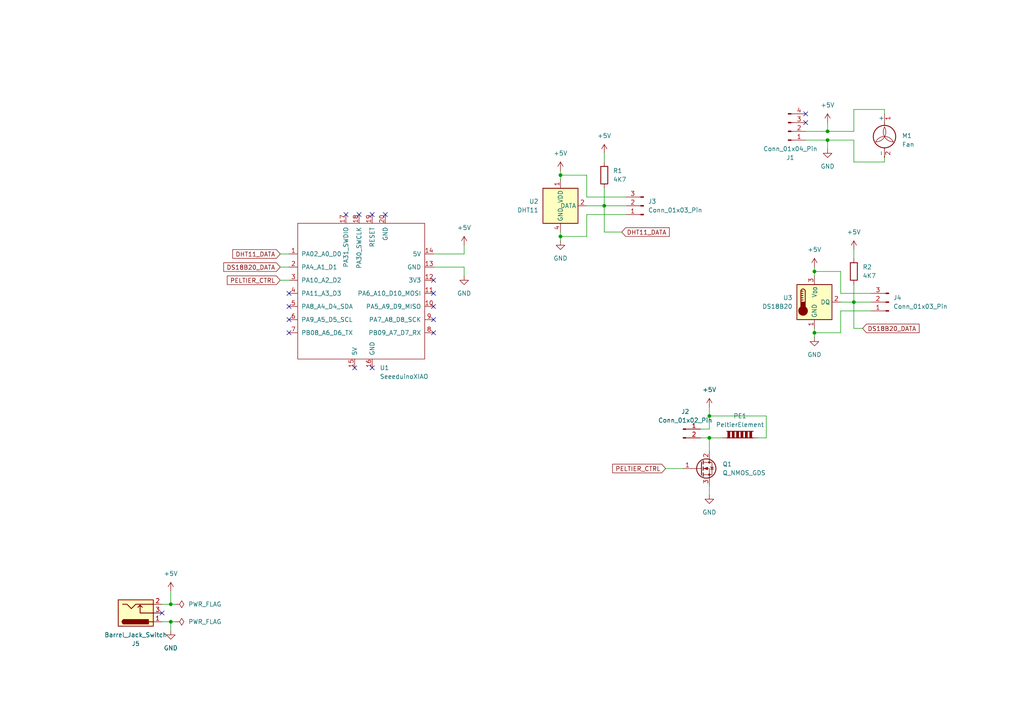
<source format=kicad_sch>
(kicad_sch (version 20230121) (generator eeschema)
  (paper "A4")
  (lib_symbols
    (symbol "Connector:Barrel_Jack_Switch" (pin_names hide)
      (property "Reference" "J" (at 0 5.334 0))
      (property "Value" "Barrel_Jack_Switch" (at 0 -5.08 0))
      (symbol "Barrel_Jack_Switch_0_1"
        (rectangle (start -5.08 3.81) (end 5.08 -3.81) (stroke (width 0.254)) (fill (type background)))
        (arc (start -3.302 3.175) (mid -3.9343 2.54) (end -3.302 1.905) (stroke (width 0.254)))
        (arc (start -3.302 3.175) (mid -3.9343 2.54) (end -3.302 1.905) (stroke (width 0.254)) (fill (type outline)))
        (polyline (pts (xy 1.27 -2.286) (xy 1.905 -1.651)) (stroke (width 0.254)))
        (polyline (pts (xy 5.08 2.54) (xy 3.81 2.54)) (stroke (width 0.254)))
        (polyline (pts (xy 5.08 0) (xy 1.27 0) (xy 1.27 -2.286) (xy 0.635 -1.651)) (stroke (width 0.254)))
        (polyline (pts (xy -3.81 -2.54) (xy -2.54 -2.54) (xy -1.27 -1.27) (xy 0 -2.54) (xy 2.54 -2.54) (xy 5.08 -2.54)) (stroke (width 0.254)))
        (rectangle (start 3.683 3.175) (end -3.302 1.905) (stroke (width 0.254)) (fill (type outline)))
      )
      (symbol "Barrel_Jack_Switch_1_1"
        (pin passive line (at 7.62 2.54 180) (length 2.54) (name "~") (number "1"))
        (pin passive line (at 7.62 -2.54 180) (length 2.54) (name "~") (number "2"))
        (pin passive line (at 7.62 0 180) (length 2.54) (name "~") (number "3"))
      )
    )
    (symbol "Connector:Conn_01x02_Pin" (pin_names (offset 1.016) hide)
      (property "Reference" "J" (at 0 2.54 0))
      (property "Value" "Conn_01x02_Pin" (at 0 -5.08 0))
      (symbol "Conn_01x02_Pin_1_1"
        (polyline (pts (xy 1.27 -2.54) (xy 0.8636 -2.54)) (stroke (width 0.1524)))
        (polyline (pts (xy 1.27 0) (xy 0.8636 0)) (stroke (width 0.1524)))
        (rectangle (start 0.8636 -2.413) (end 0 -2.667) (stroke (width 0.1524)) (fill (type outline)))
        (rectangle (start 0.8636 0.127) (end 0 -0.127) (stroke (width 0.1524)) (fill (type outline)))
        (pin passive line (at 5.08 0 180) (length 3.81) (name "Pin_1") (number "1"))
        (pin passive line (at 5.08 -2.54 180) (length 3.81) (name "Pin_2") (number "2"))
      )
    )
    (symbol "Connector:Conn_01x03_Pin" (pin_names (offset 1.016) hide)
      (property "Reference" "J" (at 0 5.08 0))
      (property "Value" "Conn_01x03_Pin" (at 0 -5.08 0))
      (symbol "Conn_01x03_Pin_1_1"
        (polyline (pts (xy 1.27 -2.54) (xy 0.8636 -2.54)) (stroke (width 0.1524)))
        (polyline (pts (xy 1.27 0) (xy 0.8636 0)) (stroke (width 0.1524)))
        (polyline (pts (xy 1.27 2.54) (xy 0.8636 2.54)) (stroke (width 0.1524)))
        (rectangle (start 0.8636 -2.413) (end 0 -2.667) (stroke (width 0.1524)) (fill (type outline)))
        (rectangle (start 0.8636 0.127) (end 0 -0.127) (stroke (width 0.1524)) (fill (type outline)))
        (rectangle (start 0.8636 2.667) (end 0 2.413) (stroke (width 0.1524)) (fill (type outline)))
        (pin passive line (at 5.08 2.54 180) (length 3.81) (name "Pin_1") (number "1"))
        (pin passive line (at 5.08 0 180) (length 3.81) (name "Pin_2") (number "2"))
        (pin passive line (at 5.08 -2.54 180) (length 3.81) (name "Pin_3") (number "3"))
      )
    )
    (symbol "Connector:Conn_01x04_Pin" (pin_names (offset 1.016) hide)
      (property "Reference" "J" (at 0 5.08 0))
      (property "Value" "Conn_01x04_Pin" (at 0 -7.62 0))
      (symbol "Conn_01x04_Pin_1_1"
        (polyline (pts (xy 1.27 -5.08) (xy 0.8636 -5.08)) (stroke (width 0.1524)))
        (polyline (pts (xy 1.27 -2.54) (xy 0.8636 -2.54)) (stroke (width 0.1524)))
        (polyline (pts (xy 1.27 0) (xy 0.8636 0)) (stroke (width 0.1524)))
        (polyline (pts (xy 1.27 2.54) (xy 0.8636 2.54)) (stroke (width 0.1524)))
        (rectangle (start 0.8636 -4.953) (end 0 -5.207) (stroke (width 0.1524)) (fill (type outline)))
        (rectangle (start 0.8636 -2.413) (end 0 -2.667) (stroke (width 0.1524)) (fill (type outline)))
        (rectangle (start 0.8636 0.127) (end 0 -0.127) (stroke (width 0.1524)) (fill (type outline)))
        (rectangle (start 0.8636 2.667) (end 0 2.413) (stroke (width 0.1524)) (fill (type outline)))
        (pin passive line (at 5.08 2.54 180) (length 3.81) (name "Pin_1") (number "1"))
        (pin passive line (at 5.08 0 180) (length 3.81) (name "Pin_2") (number "2"))
        (pin passive line (at 5.08 -2.54 180) (length 3.81) (name "Pin_3") (number "3"))
        (pin passive line (at 5.08 -5.08 180) (length 3.81) (name "Pin_4") (number "4"))
      )
    )
    (symbol "Device:PeltierElement" (pin_numbers hide) (pin_names (offset 0))
      (property "Reference" "PE" (at 0 3.175 0))
      (property "Value" "PeltierElement" (at 0 -1.27 0))
      (symbol "PeltierElement_0_1"
        (rectangle (start -3.556 1.905) (end -2.921 0) (fill (type outline)))
        (rectangle (start -2.286 1.905) (end -1.651 0) (fill (type outline)))
        (rectangle (start -0.381 1.905) (end -1.016 0) (fill (type outline)))
        (polyline (pts (xy -3.81 0) (xy 3.81 0)) (stroke (width 0.254)) (fill (type outline)))
        (polyline (pts (xy -3.81 1.905) (xy 3.81 1.905)) (stroke (width 0.254)))
        (rectangle (start 0.889 1.905) (end 0.254 0) (fill (type outline)))
        (rectangle (start 1.524 0) (end 2.159 1.905) (fill (type outline)))
        (rectangle (start 2.794 0) (end 3.429 1.905) (fill (type outline)))
      )
      (symbol "PeltierElement_1_1"
        (pin passive line (at -5.08 0 0) (length 1.27) (name "~") (number "1"))
        (pin passive line (at 5.08 0 180) (length 1.27) (name "~") (number "2"))
      )
    )
    (symbol "Device:Q_NMOS_GDS" (pin_names (offset 0) hide)
      (property "Reference" "Q" (at 5.08 1.27 0))
      (property "Value" "Q_NMOS_GDS" (at 5.08 -1.27 0))
      (symbol "Q_NMOS_GDS_0_1"
        (polyline (pts (xy 0.254 0) (xy -2.54 0)))
        (polyline (pts (xy 0.254 1.905) (xy 0.254 -1.905)) (stroke (width 0.254)))
        (polyline (pts (xy 0.762 -1.27) (xy 0.762 -2.286)) (stroke (width 0.254)))
        (polyline (pts (xy 0.762 0.508) (xy 0.762 -0.508)) (stroke (width 0.254)))
        (polyline (pts (xy 0.762 2.286) (xy 0.762 1.27)) (stroke (width 0.254)))
        (polyline (pts (xy 2.54 2.54) (xy 2.54 1.778)))
        (polyline (pts (xy 2.54 -2.54) (xy 2.54 0) (xy 0.762 0)))
        (polyline (pts (xy 0.762 -1.778) (xy 3.302 -1.778) (xy 3.302 1.778) (xy 0.762 1.778)))
        (polyline (pts (xy 1.016 0) (xy 2.032 0.381) (xy 2.032 -0.381) (xy 1.016 0)) (fill (type outline)))
        (polyline (pts (xy 2.794 0.508) (xy 2.921 0.381) (xy 3.683 0.381) (xy 3.81 0.254)))
        (polyline (pts (xy 3.302 0.381) (xy 2.921 -0.254) (xy 3.683 -0.254) (xy 3.302 0.381)))
        (circle (center 1.651 0) (radius 2.794) (stroke (width 0.254)))
        (circle (center 2.54 -1.778) (radius 0.254) (fill (type outline)))
        (circle (center 2.54 1.778) (radius 0.254) (fill (type outline)))
      )
      (symbol "Q_NMOS_GDS_1_1"
        (pin input line (at -5.08 0 0) (length 2.54) (name "G") (number "1"))
        (pin passive line (at 2.54 5.08 270) (length 2.54) (name "D") (number "2"))
        (pin passive line (at 2.54 -5.08 90) (length 2.54) (name "S") (number "3"))
      )
    )
    (symbol "Device:R" (pin_numbers hide) (pin_names (offset 0))
      (property "Reference" "R" (at 2.032 0 90))
      (property "Value" "R" (at 0 0 90))
      (symbol "R_0_1"
        (rectangle (start -1.016 -2.54) (end 1.016 2.54) (stroke (width 0.254)))
      )
      (symbol "R_1_1"
        (pin passive line (at 0 3.81 270) (length 1.27) (name "~") (number "1"))
        (pin passive line (at 0 -3.81 90) (length 1.27) (name "~") (number "2"))
      )
    )
    (symbol "Motor:Fan" (pin_names (offset 0))
      (property "Reference" "M" (at 2.54 5.08 0))
      (property "Value" "Fan" (at 2.54 -2.54 0))
      (symbol "Fan_0_1"
        (arc (start -2.54 -0.508) (mid 0.0028 0.9121) (end 0 3.81))
        (polyline (pts (xy 0 -5.08) (xy 0 -4.572)))
        (polyline (pts (xy 0 -2.2352) (xy 0 -2.6416)))
        (polyline (pts (xy 0 4.2672) (xy 0 4.6228)))
        (polyline (pts (xy 0 4.572) (xy 0 5.08)))
        (circle (center 0 1.016) (radius 3.2512) (stroke (width 0.254)))
        (arc (start 0 3.81) (mid 0.053 0.921) (end 2.54 -0.508))
        (arc (start 2.54 -0.508) (mid 0 1.0618) (end -2.54 -0.508))
      )
      (symbol "Fan_1_1"
        (pin passive line (at 0 7.62 270) (length 2.54) (name "+") (number "1"))
        (pin passive line (at 0 -5.08 90) (length 2.54) (name "-") (number "2"))
      )
    )
    (symbol "Seeduino:SeeeduinoXIAO" (pin_names (offset 1.016))
      (property "Reference" "U" (at -19.05 22.86 0))
      (property "Value" "SeeeduinoXIAO" (at -12.7 21.59 0))
      (symbol "SeeeduinoXIAO_0_1"
        (rectangle (start -19.05 20.32) (end 17.78 -19.05))
      )
      (symbol "SeeeduinoXIAO_1_1"
        (pin unspecified line (at -21.59 11.43 0) (length 2.54) (name "PA02_A0_D0") (number "1"))
        (pin unspecified line (at 20.32 -3.81 180) (length 2.54) (name "PA5_A9_D9_MISO") (number "10"))
        (pin unspecified line (at 20.32 0 180) (length 2.54) (name "PA6_A10_D10_MOSI") (number "11"))
        (pin unspecified line (at 20.32 3.81 180) (length 2.54) (name "3V3") (number "12"))
        (pin unspecified line (at 20.32 7.62 180) (length 2.54) (name "GND") (number "13"))
        (pin unspecified line (at 20.32 11.43 180) (length 2.54) (name "5V") (number "14"))
        (pin input line (at -2.54 -21.59 90) (length 2.54) (name "5V") (number "15"))
        (pin input line (at 2.54 -21.59 90) (length 2.54) (name "GND") (number "16"))
        (pin input line (at -5.08 22.86 270) (length 2.54) (name "PA31_SWDIO") (number "17"))
        (pin input line (at -1.27 22.86 270) (length 2.54) (name "PA30_SWCLK") (number "18"))
        (pin input line (at 2.54 22.86 270) (length 2.54) (name "RESET") (number "19"))
        (pin unspecified line (at -21.59 7.62 0) (length 2.54) (name "PA4_A1_D1") (number "2"))
        (pin input line (at 6.35 22.86 270) (length 2.54) (name "GND") (number "20"))
        (pin unspecified line (at -21.59 3.81 0) (length 2.54) (name "PA10_A2_D2") (number "3"))
        (pin unspecified line (at -21.59 0 0) (length 2.54) (name "PA11_A3_D3") (number "4"))
        (pin unspecified line (at -21.59 -3.81 0) (length 2.54) (name "PA8_A4_D4_SDA") (number "5"))
        (pin unspecified line (at -21.59 -7.62 0) (length 2.54) (name "PA9_A5_D5_SCL") (number "6"))
        (pin unspecified line (at -21.59 -11.43 0) (length 2.54) (name "PB08_A6_D6_TX") (number "7"))
        (pin unspecified line (at 20.32 -11.43 180) (length 2.54) (name "PB09_A7_D7_RX") (number "8"))
        (pin unspecified line (at 20.32 -7.62 180) (length 2.54) (name "PA7_A8_D8_SCK") (number "9"))
      )
    )
    (symbol "Sensor:DHT11"
      (property "Reference" "U" (at -3.81 6.35 0))
      (property "Value" "DHT11" (at 3.81 6.35 0))
      (symbol "DHT11_0_1"
        (rectangle (start -5.08 5.08) (end 5.08 -5.08) (stroke (width 0.254)) (fill (type background)))
      )
      (symbol "DHT11_1_1"
        (pin power_in line (at 0 7.62 270) (length 2.54) (name "VDD") (number "1"))
        (pin bidirectional line (at 7.62 0 180) (length 2.54) (name "DATA") (number "2"))
        (pin no_connect line (at -5.08 0 0) (length 2.54) hide (name "NC") (number "3"))
        (pin power_in line (at 0 -7.62 90) (length 2.54) (name "GND") (number "4"))
      )
    )
    (symbol "Sensor_Temperature:DS18B20"
      (property "Reference" "U" (at -3.81 6.35 0))
      (property "Value" "DS18B20" (at 6.35 6.35 0))
      (symbol "DS18B20_0_1"
        (rectangle (start -5.08 5.08) (end 5.08 -5.08) (stroke (width 0.254)) (fill (type background)))
        (circle (center -3.302 -2.54) (radius 1.27) (stroke (width 0.254)) (fill (type outline)))
        (rectangle (start -2.667 -1.905) (end -3.937 0) (stroke (width 0.254)) (fill (type outline)))
        (arc (start -2.667 3.175) (mid -3.302 3.8073) (end -3.937 3.175) (stroke (width 0.254)))
        (polyline (pts (xy -3.937 0.635) (xy -3.302 0.635)) (stroke (width 0.254)))
        (polyline (pts (xy -3.937 1.27) (xy -3.302 1.27)) (stroke (width 0.254)))
        (polyline (pts (xy -3.937 1.905) (xy -3.302 1.905)) (stroke (width 0.254)))
        (polyline (pts (xy -3.937 2.54) (xy -3.302 2.54)) (stroke (width 0.254)))
        (polyline (pts (xy -3.937 3.175) (xy -3.937 0)) (stroke (width 0.254)))
        (polyline (pts (xy -3.937 3.175) (xy -3.302 3.175)) (stroke (width 0.254)))
        (polyline (pts (xy -2.667 3.175) (xy -2.667 0)) (stroke (width 0.254)))
      )
      (symbol "DS18B20_1_1"
        (pin power_in line (at 0 -7.62 90) (length 2.54) (name "GND") (number "1"))
        (pin bidirectional line (at 7.62 0 180) (length 2.54) (name "DQ") (number "2"))
        (pin power_in line (at 0 7.62 270) (length 2.54) (name "V_{DD}") (number "3"))
      )
    )
    (symbol "power:+5V" (power) (pin_names (offset 0))
      (property "Value" "+5V" (at 0 3.556 0))
      (symbol "+5V_0_1"
        (polyline (pts (xy -0.762 1.27) (xy 0 2.54)))
        (polyline (pts (xy 0 0) (xy 0 2.54)))
        (polyline (pts (xy 0 2.54) (xy 0.762 1.27)))
      )
      (symbol "+5V_1_1"
        (pin power_in line (at 0 0 90) (length 0) hide (name "+5V") (number "1"))
      )
    )
    (symbol "power:GND" (power) (pin_names (offset 0))
      (property "Value" "GND" (at 0 -3.81 0))
      (symbol "GND_0_1"
        (polyline (pts (xy 0 0) (xy 0 -1.27) (xy 1.27 -1.27) (xy 0 -2.54) (xy -1.27 -1.27) (xy 0 -1.27)))
      )
      (symbol "GND_1_1"
        (pin power_in line (at 0 0 270) (length 0) hide (name "GND") (number "1"))
      )
    )
    (symbol "power:PWR_FLAG" (power) (pin_numbers hide) (pin_names (offset 0) hide)
      (property "Value" "PWR_FLAG" (at 0 3.81 0))
      (symbol "PWR_FLAG_0_0"
        (pin power_out line (at 0 0 90) (length 0) (name "pwr") (number "1"))
      )
      (symbol "PWR_FLAG_0_1"
        (polyline (pts (xy 0 0) (xy 0 1.27) (xy -1.016 1.905) (xy 0 2.54) (xy 1.016 1.905) (xy 0 1.27)))
      )
    )
  )
  (junction (at 49.53 175.26))
  (junction (at 247.65 87.63))
  (junction (at 205.74 120.65))
  (junction (at 162.56 68.58))
  (junction (at 162.56 50.8))
  (junction (at 205.74 127))
  (junction (at 236.22 96.52))
  (junction (at 236.22 78.74))
  (junction (at 175.26 59.69))
  (junction (at 240.03 38.1))
  (junction (at 49.53 180.34))
  (junction (at 240.03 40.64))
  (no_connect (at 125.73 81.28))
  (no_connect (at 46.99 177.8))
  (no_connect (at 102.87 106.68))
  (no_connect (at 233.68 35.56))
  (no_connect (at 125.73 88.9))
  (no_connect (at 233.68 33.02))
  (no_connect (at 111.76 62.23))
  (no_connect (at 83.82 92.71))
  (no_connect (at 125.73 85.09))
  (no_connect (at 104.14 62.23))
  (no_connect (at 107.95 62.23))
  (no_connect (at 125.73 96.52))
  (no_connect (at 83.82 85.09))
  (no_connect (at 83.82 96.52))
  (no_connect (at 107.95 106.68))
  (no_connect (at 83.82 88.9))
  (no_connect (at 125.73 92.71))
  (no_connect (at 100.33 62.23))
  (wire (pts (xy 134.62 73.66) (xy 134.62 71.12)))
  (wire (pts (xy 49.53 180.34) (xy 50.8 180.34)))
  (wire (pts (xy 170.18 68.58) (xy 162.56 68.58)))
  (wire (pts (xy 162.56 49.53) (xy 162.56 50.8)))
  (wire (pts (xy 247.65 38.1) (xy 240.03 38.1)))
  (wire (pts (xy 203.2 127) (xy 205.74 127)))
  (wire (pts (xy 162.56 50.8) (xy 162.56 52.07)))
  (wire (pts (xy 81.28 77.47) (xy 83.82 77.47)))
  (wire (pts (xy 219.71 127) (xy 222.25 127)))
  (wire (pts (xy 222.25 120.65) (xy 205.74 120.65)))
  (wire (pts (xy 247.65 31.75) (xy 247.65 38.1)))
  (wire (pts (xy 180.34 67.31) (xy 175.26 67.31)))
  (wire (pts (xy 256.54 33.02) (xy 256.54 31.75)))
  (wire (pts (xy 247.65 40.64) (xy 240.03 40.64)))
  (wire (pts (xy 205.74 124.46) (xy 205.74 120.65)))
  (wire (pts (xy 49.53 180.34) (xy 49.53 182.88)))
  (wire (pts (xy 170.18 57.15) (xy 170.18 50.8)))
  (wire (pts (xy 205.74 120.65) (xy 205.74 118.11)))
  (wire (pts (xy 181.61 62.23) (xy 170.18 62.23)))
  (wire (pts (xy 247.65 95.25) (xy 247.65 87.63)))
  (wire (pts (xy 170.18 59.69) (xy 175.26 59.69)))
  (wire (pts (xy 175.26 59.69) (xy 181.61 59.69)))
  (wire (pts (xy 175.26 54.61) (xy 175.26 59.69)))
  (wire (pts (xy 236.22 96.52) (xy 236.22 97.79)))
  (wire (pts (xy 256.54 31.75) (xy 247.65 31.75)))
  (wire (pts (xy 46.99 175.26) (xy 49.53 175.26)))
  (wire (pts (xy 222.25 127) (xy 222.25 120.65)))
  (wire (pts (xy 236.22 77.47) (xy 236.22 78.74)))
  (wire (pts (xy 247.65 82.55) (xy 247.65 87.63)))
  (wire (pts (xy 125.73 73.66) (xy 134.62 73.66)))
  (wire (pts (xy 252.73 85.09) (xy 243.84 85.09)))
  (wire (pts (xy 193.04 135.89) (xy 198.12 135.89)))
  (wire (pts (xy 256.54 45.72) (xy 256.54 46.99)))
  (wire (pts (xy 240.03 40.64) (xy 240.03 43.18)))
  (wire (pts (xy 46.99 180.34) (xy 49.53 180.34)))
  (wire (pts (xy 243.84 90.17) (xy 243.84 96.52)))
  (wire (pts (xy 243.84 87.63) (xy 247.65 87.63)))
  (wire (pts (xy 240.03 38.1) (xy 240.03 35.56)))
  (wire (pts (xy 250.19 95.25) (xy 247.65 95.25)))
  (wire (pts (xy 181.61 57.15) (xy 170.18 57.15)))
  (wire (pts (xy 205.74 140.97) (xy 205.74 143.51)))
  (wire (pts (xy 247.65 46.99) (xy 247.65 40.64)))
  (wire (pts (xy 252.73 90.17) (xy 243.84 90.17)))
  (wire (pts (xy 170.18 50.8) (xy 162.56 50.8)))
  (wire (pts (xy 236.22 95.25) (xy 236.22 96.52)))
  (wire (pts (xy 49.53 171.45) (xy 49.53 175.26)))
  (wire (pts (xy 205.74 127) (xy 205.74 130.81)))
  (wire (pts (xy 233.68 38.1) (xy 240.03 38.1)))
  (wire (pts (xy 243.84 96.52) (xy 236.22 96.52)))
  (wire (pts (xy 134.62 77.47) (xy 134.62 80.01)))
  (wire (pts (xy 247.65 87.63) (xy 252.73 87.63)))
  (wire (pts (xy 81.28 81.28) (xy 83.82 81.28)))
  (wire (pts (xy 243.84 78.74) (xy 236.22 78.74)))
  (wire (pts (xy 125.73 77.47) (xy 134.62 77.47)))
  (wire (pts (xy 49.53 175.26) (xy 50.8 175.26)))
  (wire (pts (xy 233.68 40.64) (xy 240.03 40.64)))
  (wire (pts (xy 162.56 67.31) (xy 162.56 68.58)))
  (wire (pts (xy 256.54 46.99) (xy 247.65 46.99)))
  (wire (pts (xy 205.74 127) (xy 209.55 127)))
  (wire (pts (xy 170.18 62.23) (xy 170.18 68.58)))
  (wire (pts (xy 247.65 72.39) (xy 247.65 74.93)))
  (wire (pts (xy 81.28 73.66) (xy 83.82 73.66)))
  (wire (pts (xy 175.26 67.31) (xy 175.26 59.69)))
  (wire (pts (xy 162.56 68.58) (xy 162.56 69.85)))
  (wire (pts (xy 236.22 78.74) (xy 236.22 80.01)))
  (wire (pts (xy 243.84 85.09) (xy 243.84 78.74)))
  (wire (pts (xy 203.2 124.46) (xy 205.74 124.46)))
  (wire (pts (xy 175.26 44.45) (xy 175.26 46.99)))
  (global_label "PELTIER_CTRL" (shape input) (at 193.04 135.89 180) (property "Intersheetrefs" "${INTERSHEET_REFS}" (effects hide)))
  (global_label "DS18B20_DATA" (shape input) (at 81.28 77.47 180) (property "Intersheetrefs" "${INTERSHEET_REFS}" (effects hide)))
  (global_label "DHT11_DATA" (shape input) (at 81.28 73.66 180) (property "Intersheetrefs" "${INTERSHEET_REFS}" (effects hide)))
  (global_label "DS18B20_DATA" (shape input) (at 250.19 95.25 0) (property "Intersheetrefs" "${INTERSHEET_REFS}" (effects hide)))
  (global_label "PELTIER_CTRL" (shape input) (at 81.28 81.28 180) (property "Intersheetrefs" "${INTERSHEET_REFS}" (effects hide)))
  (global_label "DHT11_DATA" (shape input) (at 180.34 67.31 0) (property "Intersheetrefs" "${INTERSHEET_REFS}" (effects hide)))
  (symbol (lib_id "Connector:Conn_01x02_Pin") (at 198.12 124.46 0) (unit 1)
    (property "Reference" "J2" (at 198.755 119.38 0))
    (property "Value" "Conn_01x02_Pin" (at 198.755 121.92 0))
    (property "Footprint" "Connector_PinHeader_2.54mm:PinHeader_1x02_P2.54mm_Vertical" (effects hide))
  )
  (symbol (lib_id "power:GND") (at 49.53 182.88 0) (unit 1)
    (property "Reference" "#PWR014" (effects hide))
    (property "Value" "GND" (at 49.53 187.96 0))
  )
  (symbol (lib_id "Device:R") (at 247.65 78.74 0) (unit 1)
    (property "Reference" "R2" (at 250.19 77.47 0) (effects (justify left)))
    (property "Value" "4K7" (at 250.19 80.01 0) (effects (justify left)))
    (property "Footprint" "Resistor_THT:R_Axial_DIN0207_L6.3mm_D2.5mm_P7.62mm_Horizontal" (effects hide))
  )
  (symbol (lib_id "power:GND") (at 134.62 80.01 0) (unit 1)
    (property "Reference" "#PWR02" (effects hide))
    (property "Value" "GND" (at 134.62 85.09 0))
  )
  (symbol (lib_id "Connector:Conn_01x03_Pin") (at 186.69 59.69 180) (unit 1)
    (property "Reference" "J3" (at 187.96 58.42 0) (effects (justify right)))
    (property "Value" "Conn_01x03_Pin" (at 187.96 60.96 0) (effects (justify right)))
    (property "Footprint" "Connector_PinHeader_2.54mm:PinHeader_1x03_P2.54mm_Vertical" (effects hide))
  )
  (symbol (lib_id "Device:Q_NMOS_GDS") (at 203.2 135.89 0) (unit 1)
    (property "Reference" "Q1" (at 209.55 134.62 0) (effects (justify left)))
    (property "Value" "Q_NMOS_GDS" (at 209.55 137.16 0) (effects (justify left)))
    (property "Footprint" "Package_TO_SOT_THT:TO-220-3_Vertical" (effects hide))
  )
  (symbol (lib_id "power:PWR_FLAG") (at 50.8 180.34 270) (unit 1)
    (property "Reference" "#FLG04" (effects hide))
    (property "Value" "PWR_FLAG" (at 54.61 180.34 90) (effects (justify left)))
  )
  (symbol (lib_id "power:GND") (at 205.74 143.51 0) (unit 1)
    (property "Reference" "#PWR09" (effects hide))
    (property "Value" "GND" (at 205.74 148.59 0))
  )
  (symbol (lib_id "Sensor:DHT11") (at 162.56 59.69 0) (unit 1) (on_board no)
    (property "Reference" "U2" (at 156.21 58.42 0) (effects (justify right)))
    (property "Value" "DHT11" (at 156.21 60.96 0) (effects (justify right)))
    (property "Footprint" "Sensor:Aosong_DHT11_5.5x12.0_P2.54mm" (effects hide))
    (property "Datasheet" "http://akizukidenshi.com/download/ds/aosong/DHT11.pdf" (effects hide))
  )
  (symbol (lib_id "power:GND") (at 162.56 69.85 0) (unit 1)
    (property "Reference" "#PWR06" (effects hide))
    (property "Value" "GND" (at 162.56 74.93 0))
  )
  (symbol (lib_id "Seeduino:SeeeduinoXIAO") (at 105.41 85.09 0) (unit 1)
    (property "Reference" "U1" (at 110.1441 106.68 0) (effects (justify left)))
    (property "Value" "SeeeduinoXIAO" (at 110.1441 109.22 0) (effects (justify left)))
    (property "Footprint" "Seeeduino:Seeeduino XIAO-MOUDLE14P-2.54-21X17.8MM" (effects hide))
  )
  (symbol (lib_id "power:+5V") (at 247.65 72.39 0) (unit 1)
    (property "Reference" "#PWR012" (effects hide))
    (property "Value" "+5V" (at 247.65 67.31 0))
  )
  (symbol (lib_id "Connector:Barrel_Jack_Switch") (at 39.37 177.8 0) (mirror x) (unit 1)
    (property "Reference" "J5" (at 39.37 186.69 0))
    (property "Value" "Barrel_Jack_Switch" (at 39.37 184.15 0))
    (property "Footprint" "Connector_BarrelJack:BarrelJack_GCT_DCJ200-10-A_Horizontal" (effects hide))
  )
  (symbol (lib_id "Motor:Fan") (at 256.54 40.64 0) (unit 1) (on_board no)
    (property "Reference" "M1" (at 261.62 39.37 0) (effects (justify left)))
    (property "Value" "Fan" (at 261.62 41.91 0) (effects (justify left)))
  )
  (symbol (lib_id "Connector:Conn_01x03_Pin") (at 257.81 87.63 180) (unit 1)
    (property "Reference" "J4" (at 259.08 86.36 0) (effects (justify right)))
    (property "Value" "Conn_01x03_Pin" (at 259.08 88.9 0) (effects (justify right)))
    (property "Footprint" "Connector_PinHeader_2.54mm:PinHeader_1x03_P2.54mm_Vertical" (effects hide))
  )
  (symbol (lib_id "power:+5V") (at 240.03 35.56 0) (unit 1)
    (property "Reference" "#PWR05" (effects hide))
    (property "Value" "+5V" (at 240.03 30.48 0))
  )
  (symbol (lib_id "power:+5V") (at 49.53 171.45 0) (unit 1)
    (property "Reference" "#PWR013" (effects hide))
    (property "Value" "+5V" (at 49.53 166.37 0))
  )
  (symbol (lib_id "power:GND") (at 236.22 97.79 0) (unit 1)
    (property "Reference" "#PWR07" (effects hide))
    (property "Value" "GND" (at 236.22 102.87 0))
  )
  (symbol (lib_id "Connector:Conn_01x04_Pin") (at 228.6 38.1 0) (mirror x) (unit 1)
    (property "Reference" "J1" (at 229.235 45.72 0))
    (property "Value" "Conn_01x04_Pin" (at 229.235 43.18 0))
    (property "Footprint" "Connector_PinHeader_2.54mm:PinHeader_1x04_P2.54mm_Vertical" (effects hide))
  )
  (symbol (lib_id "power:+5V") (at 175.26 44.45 0) (unit 1)
    (property "Reference" "#PWR011" (effects hide))
    (property "Value" "+5V" (at 175.26 39.37 0))
  )
  (symbol (lib_id "power:+5V") (at 134.62 71.12 0) (unit 1)
    (property "Reference" "#PWR01" (effects hide))
    (property "Value" "+5V" (at 134.62 66.04 0))
  )
  (symbol (lib_id "power:PWR_FLAG") (at 50.8 175.26 270) (unit 1)
    (property "Reference" "#FLG03" (effects hide))
    (property "Value" "PWR_FLAG" (at 54.61 175.26 90) (effects (justify left)))
  )
  (symbol (lib_id "Sensor_Temperature:DS18B20") (at 236.22 87.63 0) (unit 1) (on_board no)
    (property "Reference" "U3" (at 229.87 86.36 0) (effects (justify right)))
    (property "Value" "DS18B20" (at 229.87 88.9 0) (effects (justify right)))
    (property "Footprint" "Package_TO_SOT_THT:TO-92_Inline" (effects hide))
    (property "Datasheet" "http://datasheets.maximintegrated.com/en/ds/DS18B20.pdf" (effects hide))
  )
  (symbol (lib_id "power:+5V") (at 162.56 49.53 0) (unit 1)
    (property "Reference" "#PWR03" (effects hide))
    (property "Value" "+5V" (at 162.56 44.45 0))
  )
  (symbol (lib_id "Device:R") (at 175.26 50.8 0) (unit 1)
    (property "Reference" "R1" (at 177.8 49.53 0) (effects (justify left)))
    (property "Value" "4K7" (at 177.8 52.07 0) (effects (justify left)))
    (property "Footprint" "Resistor_THT:R_Axial_DIN0207_L6.3mm_D2.5mm_P7.62mm_Horizontal" (effects hide))
  )
  (symbol (lib_id "power:+5V") (at 205.74 118.11 0) (unit 1)
    (property "Reference" "#PWR010" (effects hide))
    (property "Value" "+5V" (at 205.74 113.03 0))
  )
  (symbol (lib_id "Device:PeltierElement") (at 214.63 127 0) (unit 1) (on_board no)
    (property "Reference" "PE1" (at 214.63 120.65 0))
    (property "Value" "PeltierElement" (at 214.63 123.19 0))
  )
  (symbol (lib_id "power:+5V") (at 236.22 77.47 0) (unit 1)
    (property "Reference" "#PWR04" (effects hide))
    (property "Value" "+5V" (at 236.22 72.39 0))
  )
  (symbol (lib_id "power:GND") (at 240.03 43.18 0) (unit 1)
    (property "Reference" "#PWR08" (effects hide))
    (property "Value" "GND" (at 240.03 48.26 0))
  )
)
</source>
